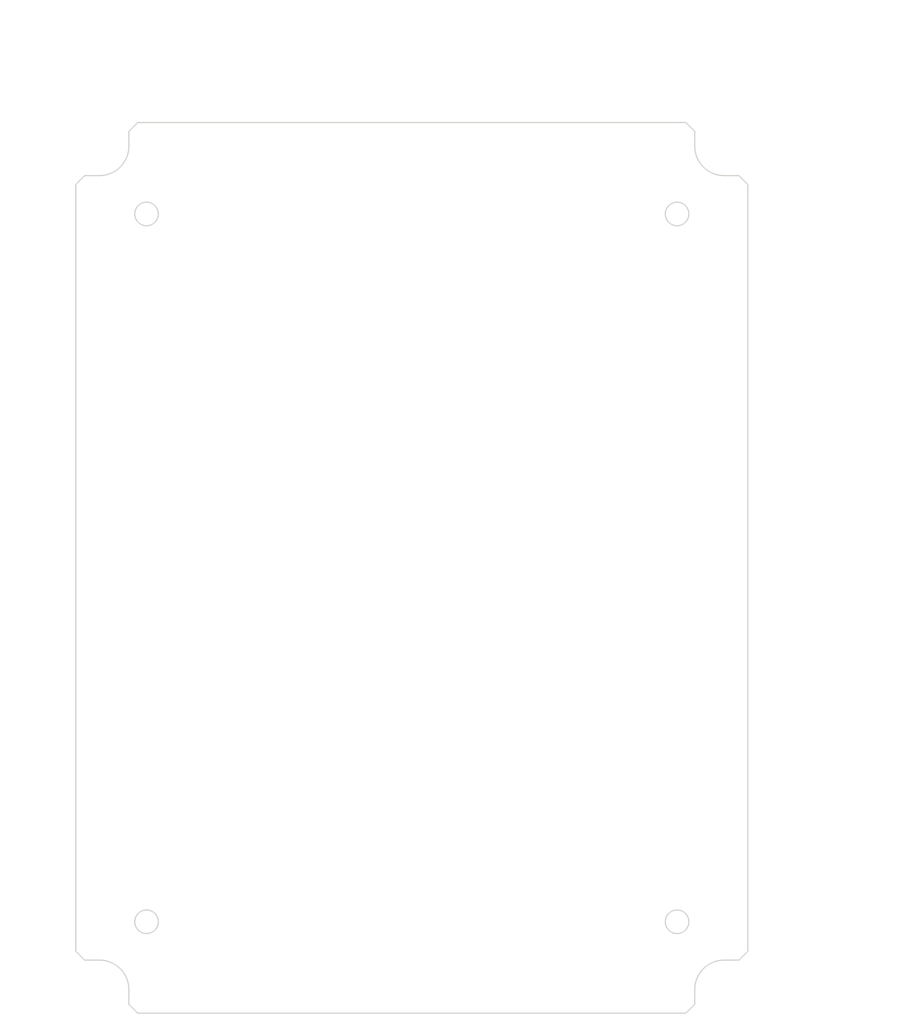
<source format=kicad_pcb>
(kicad_pcb (version 20171130) (host pcbnew "(5.1.0)-1")

  (general
    (thickness 1.6)
    (drawings 72)
    (tracks 0)
    (zones 0)
    (modules 0)
    (nets 1)
  )

  (page A4)
  (layers
    (0 F.Cu signal)
    (31 B.Cu signal)
    (32 B.Adhes user)
    (33 F.Adhes user)
    (34 B.Paste user)
    (35 F.Paste user)
    (36 B.SilkS user)
    (37 F.SilkS user)
    (38 B.Mask user)
    (39 F.Mask user)
    (40 Dwgs.User user)
    (41 Cmts.User user)
    (42 Eco1.User user)
    (43 Eco2.User user)
    (44 Edge.Cuts user)
    (45 Margin user)
    (46 B.CrtYd user)
    (47 F.CrtYd user)
    (48 B.Fab user)
    (49 F.Fab user)
  )

  (setup
    (last_trace_width 0.25)
    (trace_clearance 0.2)
    (zone_clearance 0.508)
    (zone_45_only no)
    (trace_min 0.2)
    (via_size 0.8)
    (via_drill 0.4)
    (via_min_size 0.4)
    (via_min_drill 0.3)
    (uvia_size 0.3)
    (uvia_drill 0.1)
    (uvias_allowed no)
    (uvia_min_size 0.2)
    (uvia_min_drill 0.1)
    (edge_width 0.05)
    (segment_width 0.2)
    (pcb_text_width 0.3)
    (pcb_text_size 1.5 1.5)
    (mod_edge_width 0.12)
    (mod_text_size 1 1)
    (mod_text_width 0.15)
    (pad_size 1.524 1.524)
    (pad_drill 0.762)
    (pad_to_mask_clearance 0.051)
    (solder_mask_min_width 0.25)
    (aux_axis_origin 0 0)
    (visible_elements FFFFFF7F)
    (pcbplotparams
      (layerselection 0x010fc_ffffffff)
      (usegerberextensions false)
      (usegerberattributes false)
      (usegerberadvancedattributes false)
      (creategerberjobfile false)
      (excludeedgelayer true)
      (linewidth 0.152400)
      (plotframeref false)
      (viasonmask false)
      (mode 1)
      (useauxorigin false)
      (hpglpennumber 1)
      (hpglpenspeed 20)
      (hpglpendiameter 15.000000)
      (psnegative false)
      (psa4output false)
      (plotreference true)
      (plotvalue true)
      (plotinvisibletext false)
      (padsonsilk false)
      (subtractmaskfromsilk false)
      (outputformat 1)
      (mirror false)
      (drillshape 1)
      (scaleselection 1)
      (outputdirectory ""))
  )

  (net 0 "")

  (net_class Default "This is the default net class."
    (clearance 0.2)
    (trace_width 0.25)
    (via_dia 0.8)
    (via_drill 0.4)
    (uvia_dia 0.3)
    (uvia_drill 0.1)
  )

  (gr_circle (center 40.881887 52.419202) (end 42.881887 52.419202) (layer Edge.Cuts) (width 0.2))
  (gr_line (start 28.881887 47.419202) (end 30.381887 45.919202) (layer Edge.Cuts) (width 0.2))
  (gr_line (start 37.881887 38.419202) (end 39.381887 36.919202) (layer Edge.Cuts) (width 0.2))
  (gr_line (start 28.881887 47.419202) (end 28.881887 177.419202) (layer Edge.Cuts) (width 0.2))
  (gr_line (start 32.881887 45.919202) (end 30.381887 45.919202) (layer Edge.Cuts) (width 0.2))
  (gr_arc (start 32.881887 40.919202) (end 32.881887 45.919202) (angle -90) (layer Edge.Cuts) (width 0.2))
  (gr_line (start 37.881887 38.419202) (end 37.881887 40.919202) (layer Edge.Cuts) (width 0.2))
  (gr_line (start 132.381887 36.919202) (end 39.381887 36.919202) (layer Edge.Cuts) (width 0.2))
  (gr_circle (center 130.881887 52.419202) (end 132.881887 52.419202) (layer Edge.Cuts) (width 0.2))
  (gr_line (start 132.381887 36.919202) (end 133.881887 38.419202) (layer Edge.Cuts) (width 0.2))
  (gr_line (start 133.881887 38.419202) (end 133.881887 40.919202) (layer Edge.Cuts) (width 0.2))
  (gr_arc (start 138.881887 40.919202) (end 133.881887 40.919202) (angle -90) (layer Edge.Cuts) (width 0.2))
  (gr_line (start 138.881887 45.919202) (end 141.381887 45.919202) (layer Edge.Cuts) (width 0.2))
  (gr_line (start 141.381887 45.919202) (end 142.881887 47.419202) (layer Edge.Cuts) (width 0.2))
  (gr_line (start 142.881887 47.419202) (end 142.881887 177.419202) (layer Edge.Cuts) (width 0.2))
  (gr_circle (center 40.881887 172.419202) (end 42.881887 172.419202) (layer Edge.Cuts) (width 0.2))
  (gr_line (start 39.381887 187.919202) (end 132.381887 187.919202) (layer Edge.Cuts) (width 0.2))
  (gr_arc (start 32.881887 183.919202) (end 37.881887 183.919202) (angle -90) (layer Edge.Cuts) (width 0.2))
  (gr_line (start 32.881887 178.919202) (end 30.381887 178.919202) (layer Edge.Cuts) (width 0.2))
  (gr_line (start 30.381887 178.919202) (end 28.881887 177.419202) (layer Edge.Cuts) (width 0.2))
  (gr_line (start 37.881887 186.419202) (end 37.881887 183.919202) (layer Edge.Cuts) (width 0.2))
  (gr_line (start 39.381887 187.919202) (end 37.881887 186.419202) (layer Edge.Cuts) (width 0.2))
  (gr_arc (start 138.881887 183.919202) (end 138.881887 178.919202) (angle -90) (layer Edge.Cuts) (width 0.2))
  (gr_circle (center 130.881887 172.419202) (end 132.881887 172.419202) (layer Edge.Cuts) (width 0.2))
  (gr_line (start 138.881887 178.919202) (end 141.381887 178.919202) (layer Edge.Cuts) (width 0.2))
  (gr_line (start 142.881887 177.419202) (end 141.381887 178.919202) (layer Edge.Cuts) (width 0.2))
  (gr_line (start 133.881887 186.419202) (end 133.881887 183.919202) (layer Edge.Cuts) (width 0.2))
  (gr_line (start 133.881887 186.419202) (end 132.381887 187.919202) (layer Edge.Cuts) (width 0.2))
  (gr_text [R0.20] (at 23.953386 188.424764) (layer Dwgs.User)
    (effects (font (size 1.7 1.53) (thickness 0.2125)))
  )
  (gr_text " R5.00" (at 23.953386 184.867329) (layer Dwgs.User)
    (effects (font (size 1.7 1.53) (thickness 0.2125)))
  )
  (gr_line (start 30.424157 186.535303) (end 34.935993 181.732733) (layer Dwgs.User) (width 0.2))
  (gr_line (start 28.424157 186.535303) (end 30.424157 186.535303) (layer Dwgs.User) (width 0.2))
  (gr_line (start 40.881887 52.509202) (end 40.881887 52.329202) (layer Dwgs.User) (width 0.2))
  (gr_line (start 40.791887 52.419202) (end 40.971887 52.419202) (layer Dwgs.User) (width 0.2))
  (gr_text " ∅4.00\n[∅0.16]" (at 25.439916 57.441956) (layer Dwgs.User)
    (effects (font (size 1.7 1.53) (thickness 0.2125)))
  )
  (gr_line (start 31.976786 57.441956) (end 37.397866 54.384298) (layer Dwgs.User) (width 0.2))
  (gr_line (start 29.976786 57.441956) (end 31.976786 57.441956) (layer Dwgs.User) (width 0.2))
  (gr_text [.47] (at 20.047869 78.069718) (layer Dwgs.User)
    (effects (font (size 1.7 1.53) (thickness 0.2125)))
  )
  (gr_text " 12.00" (at 20.047869 74.515761) (layer Dwgs.User)
    (effects (font (size 1.7 1.53) (thickness 0.2125)))
  )
  (gr_line (start 28.881887 76.183735) (end 24.09248 76.183735) (layer Dwgs.User) (width 0.2))
  (gr_line (start 38.881887 76.183735) (end 30.881887 76.183735) (layer Dwgs.User) (width 0.2))
  (gr_line (start 40.881887 53.419202) (end 40.881887 79.358735) (layer Dwgs.User) (width 0.2))
  (gr_text [3.54] (at 111.881887 60.155713) (layer Dwgs.User)
    (effects (font (size 1.7 1.53) (thickness 0.2125)))
  )
  (gr_text " 90.00" (at 111.881887 56.598278) (layer Dwgs.User)
    (effects (font (size 1.7 1.53) (thickness 0.2125)))
  )
  (gr_line (start 42.881887 58.266252) (end 107.837276 58.266252) (layer Dwgs.User) (width 0.2))
  (gr_line (start 128.881887 58.266252) (end 115.926498 58.266252) (layer Dwgs.User) (width 0.2))
  (gr_line (start 40.881887 53.419202) (end 40.881887 61.441252) (layer Dwgs.User) (width 0.2))
  (gr_line (start 130.881887 53.419202) (end 130.881887 61.441252) (layer Dwgs.User) (width 0.2))
  (gr_text [5.24] (at 155.481527 66.808663) (layer Dwgs.User)
    (effects (font (size 1.7 1.53) (thickness 0.2125)))
  )
  (gr_text " 133.00" (at 155.481527 63.250648) (layer Dwgs.User)
    (effects (font (size 1.7 1.53) (thickness 0.2125)))
  )
  (gr_line (start 155.481527 176.919202) (end 155.481527 68.477217) (layer Dwgs.User) (width 0.2))
  (gr_line (start 155.481527 47.919202) (end 155.481527 61.361187) (layer Dwgs.User) (width 0.2))
  (gr_line (start 142.381887 178.919202) (end 158.656527 178.919202) (layer Dwgs.User) (width 0.2))
  (gr_line (start 142.381887 45.919202) (end 158.656527 45.919202) (layer Dwgs.User) (width 0.2))
  (gr_text [3.78] (at 54.381887 32.125239) (layer Dwgs.User)
    (effects (font (size 1.7 1.53) (thickness 0.2125)))
  )
  (gr_text " 96.00" (at 54.381887 28.567803) (layer Dwgs.User)
    (effects (font (size 1.7 1.53) (thickness 0.2125)))
  )
  (gr_line (start 131.881887 30.235778) (end 58.426498 30.235778) (layer Dwgs.User) (width 0.2))
  (gr_line (start 39.881887 30.235778) (end 50.337276 30.235778) (layer Dwgs.User) (width 0.2))
  (gr_line (start 133.881887 37.419202) (end 133.881887 27.060778) (layer Dwgs.User) (width 0.2))
  (gr_line (start 37.881887 37.419202) (end 37.881887 27.060778) (layer Dwgs.User) (width 0.2))
  (gr_text [5.94] (at 166.668973 66.808663) (layer Dwgs.User)
    (effects (font (size 1.7 1.53) (thickness 0.2125)))
  )
  (gr_text " 151.00" (at 166.668973 63.251228) (layer Dwgs.User)
    (effects (font (size 1.7 1.53) (thickness 0.2125)))
  )
  (gr_line (start 166.668973 185.919202) (end 166.668973 68.476637) (layer Dwgs.User) (width 0.2))
  (gr_line (start 166.668973 38.919202) (end 166.668973 61.361767) (layer Dwgs.User) (width 0.2))
  (gr_line (start 133.381887 187.919202) (end 169.843973 187.919202) (layer Dwgs.User) (width 0.2))
  (gr_line (start 133.381887 36.919202) (end 169.843973 36.919202) (layer Dwgs.User) (width 0.2))
  (gr_text [4.49] (at 54.381887 21.308663) (layer Dwgs.User)
    (effects (font (size 1.7 1.53) (thickness 0.2125)))
  )
  (gr_text " 114.00" (at 54.381887 17.751228) (layer Dwgs.User)
    (effects (font (size 1.7 1.53) (thickness 0.2125)))
  )
  (gr_line (start 140.881887 19.419202) (end 59.086901 19.419202) (layer Dwgs.User) (width 0.2))
  (gr_line (start 30.881887 19.419202) (end 49.676873 19.419202) (layer Dwgs.User) (width 0.2))
  (gr_line (start 142.881887 46.419202) (end 142.881887 16.244202) (layer Dwgs.User) (width 0.2))
  (gr_line (start 28.881887 46.419202) (end 28.881887 16.244202) (layer Dwgs.User) (width 0.2))

)

</source>
